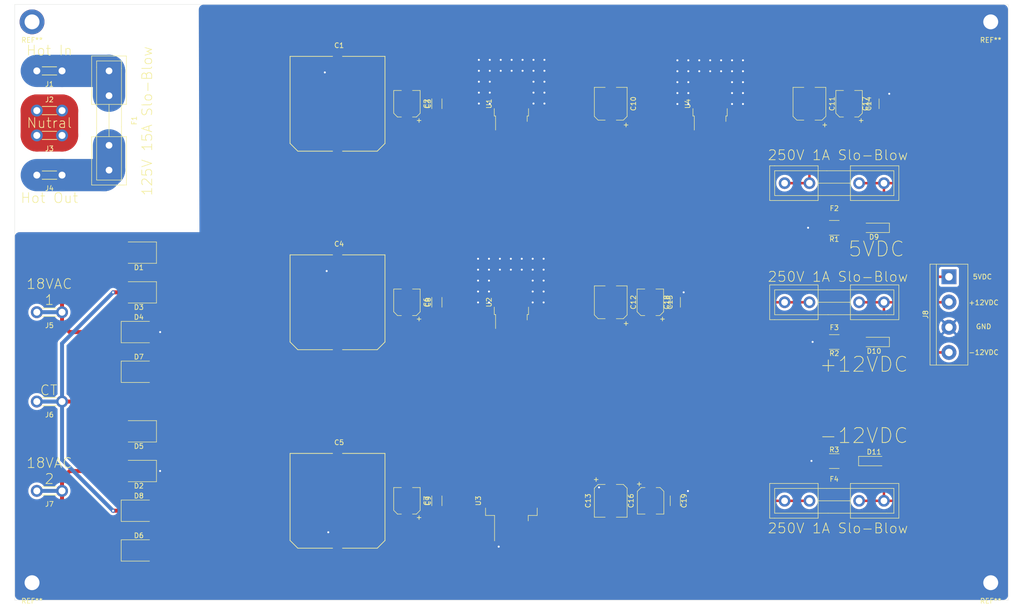
<source format=kicad_pcb>
(kicad_pcb (version 20241229) (generator "pcbnew") (generator_version "9.0")
  (layers (0 "F.Cu" signal) (2 "B.Cu" signal) (13 "F.Paste" user) (15 "B.Paste" user) (5 "F.SilkS" user "F.Silkscreen") (7 "B.SilkS" user "B.Silkscreen") (1 "F.Mask" user) (3 "B.Mask" user) (25 "Edge.Cuts" user))
  (net 0 "")
  (net 1 "/+18VDC")
  (net 2 "/0VDC")
  (net 3 "/-18VDC")
  (net 4 "Net-(C10-Pad1)")
  (net 5 "/+5VDC")
  (net 6 "/+12VDC")
  (net 7 "/-12VDC")
  (net 8 "/18VAC_1")
  (net 9 "/18VAC_2")
  (net 10 "GNDPWR")
  (net 11 "Net-(D9-Pad2)")
  (net 12 "Net-(D10-Pad2)")
  (net 13 "Net-(D11-Pad1)")
  (net 14 "/HOT_IN")
  (net 15 "/HOT_OUT")
  (net 16 "/NUT")
  (net 17 "Net-(D9-Pad1)")
  (net 18 "Net-(D10-Pad1)")
  (net 19 "Net-(D11-Pad2)")
  (footprint "Custom_Library:CP_Elec_18 x 21.5" (layer "F.Cu") (at 65 20 180)
    (property "Reference" "C1")
    (property "Value" "2200uF")
  )
  (footprint "Capacitors_SMD:CP_Elec_5x5.3" (layer "F.Cu") (at 79 20 90)
    (property "Reference" "C2")
    (property "Value" "10uF")
  )
  (footprint "Capacitors_SMD:C_1206_HandSoldering" (layer "F.Cu") (at 85 20 90)
    (property "Reference" "C3")
    (property "Value" "0.1uF")
  )
  (footprint "Custom_Library:CP_Elec_18 x 21.5" (layer "F.Cu") (at 65 60 180)
    (property "Reference" "C4")
    (property "Value" "2200uF")
  )
  (footprint "Custom_Library:CP_Elec_18 x 21.5" (layer "F.Cu") (at 65 100 180)
    (property "Reference" "C5")
    (property "Value" "2200uF")
  )
  (footprint "Capacitors_SMD:CP_Elec_5x5.3" (layer "F.Cu") (at 79 60 90)
    (property "Reference" "C6")
    (property "Value" "10uF")
  )
  (footprint "Capacitors_SMD:CP_Elec_5x5.3" (layer "F.Cu") (at 79 100 90)
    (property "Reference" "C7")
    (property "Value" "10uF")
  )
  (footprint "Capacitors_SMD:C_1206_HandSoldering" (layer "F.Cu") (at 85 60 90)
    (property "Reference" "C8")
    (property "Value" "0.1uF ")
  )
  (footprint "Capacitors_SMD:C_1206_HandSoldering" (layer "F.Cu") (at 85 100 90)
    (property "Reference" "C9")
    (property "Value" "0.1uF")
  )
  (footprint "Capacitors_SMD:CP_Elec_6.3x5.7" (layer "F.Cu") (at 120 20 90)
    (property "Reference" "C10")
    (property "Value" "22uF")
  )
  (footprint "Capacitors_SMD:CP_Elec_6.3x5.7" (layer "F.Cu") (at 160 20 90)
    (property "Reference" "C11")
    (property "Value" "22uF")
  )
  (footprint "Capacitors_SMD:CP_Elec_6.3x5.7" (layer "F.Cu") (at 120 60 90)
    (property "Reference" "C12")
    (property "Value" "22uF")
  )
  (footprint "Capacitors_SMD:CP_Elec_6.3x5.7" (layer "F.Cu") (at 120 100 -90)
    (property "Reference" "C13")
    (property "Value" "22uF")
  )
  (footprint "Capacitors_SMD:CP_Elec_5x5.3" (layer "F.Cu") (at 168 20 90)
    (property "Reference" "C14")
    (property "Value" "10uF")
  )
  (footprint "Capacitors_SMD:CP_Elec_5x5.3" (layer "F.Cu") (at 128 60 90)
    (property "Reference" "C15")
    (property "Value" "10uF")
  )
  (footprint "Capacitors_SMD:CP_Elec_5x5.3" (layer "F.Cu") (at 128 100 -90)
    (property "Reference" "C16")
    (property "Value" "10uF")
  )
  (footprint "Capacitors_SMD:C_1206_HandSoldering" (layer "F.Cu") (at 173 20 90)
    (property "Reference" "C17")
    (property "Value" "0.1uF")
  )
  (footprint "Capacitors_SMD:C_1206_HandSoldering" (layer "F.Cu") (at 133 60 90)
    (property "Reference" "C18")
    (property "Value" "0.1uF")
  )
  (footprint "Capacitors_SMD:C_1206_HandSoldering" (layer "F.Cu") (at 133 100 -90)
    (property "Reference" "C19")
    (property "Value" "0.1uF")
  )
  (footprint "Diodes_SMD:D_SMB" (layer "F.Cu") (at 25 50 180)
    (property "Reference" "D1")
    (property "Value" "D")
  )
  (footprint "Diodes_SMD:D_SMB" (layer "F.Cu") (at 25 94 180)
    (property "Reference" "D2")
    (property "Value" "D")
  )
  (footprint "Diodes_SMD:D_SMB" (layer "F.Cu") (at 25 58 180)
    (property "Reference" "D3")
    (property "Value" "D")
  )
  (footprint "Diodes_SMD:D_SMB" (layer "F.Cu") (at 25 66)
    (property "Reference" "D4")
    (property "Value" "D")
  )
  (footprint "Diodes_SMD:D_SMB" (layer "F.Cu") (at 25 86 180)
    (property "Reference" "D5")
    (property "Value" "D")
  )
  (footprint "Diodes_SMD:D_SMB" (layer "F.Cu") (at 25 110)
    (property "Reference" "D6")
    (property "Value" "D")
  )
  (footprint "Diodes_SMD:D_SMB" (layer "F.Cu") (at 25 74)
    (property "Reference" "D7")
    (property "Value" "D")
  )
  (footprint "Diodes_SMD:D_SMB" (layer "F.Cu") (at 25 102)
    (property "Reference" "D8")
    (property "Value" "D")
  )
  (footprint "LEDs:LED_1206_HandSoldering" (layer "F.Cu") (at 173 45 180)
    (property "Reference" "D9")
    (property "Value" "LED")
  )
  (footprint "LEDs:LED_1206_HandSoldering" (layer "F.Cu") (at 173 68 180)
    (property "Reference" "D10")
    (property "Value" "LED")
  )
  (footprint "LEDs:LED_1206_HandSoldering" (layer "F.Cu") (at 173 92)
    (property "Reference" "D11")
    (property "Value" "LED")
  )
  (footprint "Fuse_Holders_and_Fuses:Fuseholder5x20_horiz_open_inline_Type-I" (layer "F.Cu") (at 19 13.3782 -90)
    (property "Reference" "F1")
    (property "Value" "Fuse")
  )
  (footprint "Fuse_Holders_and_Fuses:Fuseholder5x20_horiz_open_inline_Type-I" (layer "F.Cu") (at 175 36 180)
    (property "Reference" "F2")
    (property "Value" "Fuse")
  )
  (footprint "Fuse_Holders_and_Fuses:Fuseholder5x20_horiz_open_inline_Type-I" (layer "F.Cu") (at 175 60 180)
    (property "Reference" "F3")
    (property "Value" "Fuse")
  )
  (footprint "Fuse_Holders_and_Fuses:Fuseholder5x20_horiz_open_inline_Type-I" (layer "F.Cu") (at 175 100 180)
    (property "Reference" "F4")
    (property "Value" "Fuse")
  )
  (footprint "Custom_Library:TAB_Conn" (layer "F.Cu") (at 7 13.3782)
    (property "Reference" "J1")
    (property "Value" "Hot_In")
  )
  (footprint "Custom_Library:TAB_Conn" (layer "F.Cu") (at 7 21.3782)
    (property "Reference" "J2")
    (property "Value" "Netral_IN")
  )
  (footprint "Custom_Library:TAB_Conn" (layer "F.Cu") (at 7 62)
    (property "Reference" "J5")
    (property "Value" "18VAC_1")
  )
  (footprint "Custom_Library:TAB_Conn" (layer "F.Cu") (at 7 80)
    (property "Reference" "J6")
    (property "Value" "CT")
  )
  (footprint "Custom_Library:TAB_Conn" (layer "F.Cu") (at 7 98)
    (property "Reference" "J7")
    (property "Value" "18VAC_2")
  )
  (footprint "Resistors_SMD:R_1210_HandSoldering" (layer "F.Cu") (at 165 68 180)
    (property "Reference" "R2")
    (property "Value" "560")
  )
  (footprint "Resistors_SMD:R_1210_HandSoldering" (layer "F.Cu") (at 165 92)
    (property "Reference" "R3")
    (property "Value" "560")
  )
  (footprint "TO_SOT_Packages_SMD:TO-252-2" (layer "F.Cu") (at 100 20 90)
    (property "Reference" "U1")
    (property "Value" "L7812")
  )
  (footprint "TO_SOT_Packages_SMD:TO-252-2" (layer "F.Cu") (at 100 60 90)
    (property "Reference" "U2")
    (property "Value" "L7812")
  )
  (footprint "TO_SOT_Packages_SMD:TO-263-2" (layer "F.Cu") (at 100 100 90)
    (property "Reference" "U3")
    (property "Value" "L7912")
  )
  (footprint "Custom_Library:TAB_Conn" (layer "F.Cu") (at 7 34.3782)
    (property "Reference" "J4")
    (property "Value" "Hot_Out")
  )
  (footprint "TO_SOT_Packages_SMD:TO-252-2" (layer "F.Cu") (at 140 20 90)
    (property "Reference" "U4")
    (property "Value" "L7805")
  )
  (footprint "Resistors_SMD:R_1210_HandSoldering" (layer "F.Cu") (at 165 45 180)
    (property "Reference" "R1")
    (property "Value" "150")
  )
  (footprint "Connectors_Terminal_Blocks:TerminalBlock_bornier-4_P5.08mm" (layer "F.Cu") (at 188.087 54.864 -90)
    (property "Reference" "J8")
    (property "Value" "Screw_Terminal_01x04")
  )
  (footprint "Custom_Library:TAB_Conn" (layer "F.Cu") (at 7 26.3782)
    (property "Reference" "J3")
    (property "Value" "Nutral_Out")
  )
  (footprint "Custom_Library:Mount_Hole_3mm" (layer "F.Cu") (at 196.5 3.5)
    (property "Reference" "REF**")
    (property "Value" "Mount_Hole_3mm")
  )
  (footprint "Custom_Library:Mount_Hole_3mm" (layer "F.Cu") (at 3.5 3.5)
    (property "Reference" "REF**")
    (property "Value" "Mount_Hole_3mm")
  )
  (footprint "Custom_Library:Mount_Hole_3mm" (layer "F.Cu") (at 3.5 116.5)
    (property "Reference" "REF**")
    (property "Value" "Mount_Hole_3mm")
  )
  (footprint "Custom_Library:Mount_Hole_3mm" (layer "F.Cu") (at 196.5 116.5)
    (property "Reference" "REF**")
    (property "Value" "Mount_Hole_3mm")
  )
  (gr_line (start 0 0) (end 0 120) (stroke (width 0.05)) (layer "Edge.Cuts"))
  (gr_line (start 0 120) (end 200 120) (stroke (width 0.05)) (layer "Edge.Cuts"))
  (gr_line (start 200 0) (end 200 120) (stroke (width 0.05)) (layer "Edge.Cuts"))
  (gr_line (start 0 0) (end 200 0) (stroke (width 0.05)) (layer "Edge.Cuts"))
  (gr_text "250V 1A Slo-Blow" (at 165.735 54.864 0) (layer "F.SilkS") (effects (font (size 2 2))))
  (gr_text "250V 1A Slo-Blow" (at 165.735 105.537 0) (layer "F.SilkS") (effects (font (size 2 2))))
  (gr_text "+12VDC" (at 170.942 72.517 0) (layer "F.SilkS") (effects (font (size 3 3))))
  (gr_text "-12VDC" (at 170.942 86.868 0) (layer "F.SilkS") (effects (font (size 3 3))))
  (gr_text "+12VDC" (at 195.072 60.071 0) (layer "F.SilkS") (effects (font (size 1 1))))
  (gr_text "-12VDC" (at 195.072 70.104 0) (layer "F.SilkS") (effects (font (size 1 1))))
  (gr_text "GND" (at 195.072 64.897 0) (layer "F.SilkS") (effects (font (size 1 1))))
  (gr_text "18VAC\n2" (at 6.985 93.98 0) (layer "F.SilkS") (effects (font (size 2 2))))
  (gr_text "CT" (at 6.858 77.724 0) (layer "F.SilkS") (effects (font (size 2 2))))
  (gr_text "Hot In" (at 6.985 9.271 0) (layer "F.SilkS") (effects (font (size 2 2))))
  (gr_text "Hot Out" (at 6.985 38.989 0) (layer "F.SilkS") (effects (font (size 2 2))))
  (gr_text "250V 1A Slo-Blow" (at 165.735 30.353 0) (layer "F.SilkS") (effects (font (size 2 2))))
  (gr_text "5VDC" (at 194.818 54.864 0) (layer "F.SilkS") (effects (font (size 1 1))))
  (gr_text "125V 15A Slo-Blow" (at 26.67 23.495 90) (layer "F.SilkS") (effects (font (size 2 2))))
  (gr_text "Nutral" (at 6.985 23.876 0) (layer "F.SilkS") (effects (font (size 2 2))))
  (gr_text "5VDC" (at 173.482 49.276 0) (layer "F.SilkS") (effects (font (size 3 3))))
  (gr_text "18VAC\n1" (at 6.985 57.912 0) (layer "F.SilkS") (effects (font (size 2 2))))
  (segment (start 45.71248 50) (end 54.93512 40.77736) (width 0.8) (layer "F.Cu") (net 1))
  (segment (start 74.78776 23.69312) (end 76.28088 22.2) (width 0.8) (layer "F.Cu") (net 1))
  (segment (start 27.15 58) (end 45.47272 58) (width 0.8) (layer "F.Cu") (net 1))
  (segment (start 65 66.325) (end 69.37196 66.325) (width 0.8) (layer "F.Cu") (net 1))
  (segment (start 84.8 22.2) (end 85 22) (width 0.8) (layer "F.Cu") (net 1))
  (segment (start 90.69728 64.2) (end 97.72 64.2) (width 0.8) (layer "F.Cu") (net 1))
  (segment (start 54.93512 29.73832) (end 58.34844 26.325) (width 0.8) (layer "F.Cu") (net 1))
  (segment (start 88.49728 62) (end 90.69728 64.2) (width 0.8) (layer "F.Cu") (net 1))
  (segment (start 85 22) (end 86.6 22) (width 0.8) (layer "F.Cu") (net 1))
  (segment (start 76.28088 22.2) (end 79 22.2) (width 0.8) (layer "F.Cu") (net 1))
  (segment (start 53.79772 66.325) (end 65 66.325) (width 0.8) (layer "F.Cu") (net 1))
  (segment (start 27.15 50) (end 45.71248 50) (width 0.8) (layer "F.Cu") (net 1))
  (segment (start 73.49696 62.2) (end 79 62.2) (width 0.8) (layer "F.Cu") (net 1))
  (segment (start 79 62.2) (end 81.67576 62.2) (width 0.8) (layer "F.Cu") (net 1))
  (segment (start 81.87576 62) (end 85 62) (width 0.8) (layer "F.Cu") (net 1))
  (segment (start 88.8 24.2) (end 97.72 24.2) (width 0.8) (layer "F.Cu") (net 1))
  (segment (start 81.67576 62.2) (end 81.87576 62) (width 0.8) (layer "F.Cu") (net 1))
  (segment (start 54.93512 40.77736) (end 54.93512 29.73832) (width 0.8) (layer "F.Cu") (net 1))
  (segment (start 69.37196 66.325) (end 73.49696 62.2) (width 0.8) (layer "F.Cu") (net 1))
  (segment (start 73.05504 26.325) (end 74.78776 24.59228) (width 0.8) (layer "F.Cu") (net 1))
  (segment (start 79 22.2) (end 84.8 22.2) (width 0.8) (layer "F.Cu") (net 1))
  (segment (start 85 62) (end 88.49728 62) (width 0.8) (layer "F.Cu") (net 1))
  (segment (start 86.6 22) (end 88.8 24.2) (width 0.8) (layer "F.Cu") (net 1))
  (segment (start 58.34844 26.325) (end 65 26.325) (width 0.8) (layer "F.Cu") (net 1))
  (segment (start 74.78776 24.59228) (end 74.78776 23.69312) (width 0.8) (layer "F.Cu") (net 1))
  (segment (start 27.15 51.95) (end 27.15 58) (width 0.8) (layer "F.Cu") (net 1))
  (segment (start 65 26.325) (end 73.05504 26.325) (width 0.8) (layer "F.Cu") (net 1))
  (segment (start 27.15 50) (end 27.15 51.95) (width 0.8) (layer "F.Cu") (net 1))
  (segment (start 45.47272 58) (end 53.79772 66.325) (width 0.8) (layer "F.Cu") (net 1))
  (segment (start 101.38748 57.34056) (end 100.78748 57.94056) (width 0.5) (layer "F.Cu") (net 2))
  (segment (start 123.87056 97.8) (end 128 97.8) (width 0.5) (layer "F.Cu") (net 2))
  (segment (start 66.2 13.675) (end 66.21052 13.68552) (width 0.5) (layer "F.Cu") (net 2))
  (segment (start 65 13.675) (end 62.45388 13.675) (width 0.5) (layer "F.Cu") (net 2))
  (segment (start 66.2 106.325) (end 66.25648 106.26852) (width 0.5) (layer "F.Cu") (net 2))
  (segment (start 129.30492 97.79508) (end 130.28168 97.79508) (width 0.5) (layer "F.Cu") (net 2))
  (segment (start 90.075 105.775) (end 97.46 105.775) (width 0.5) (layer "F.Cu") (net 2))
  (segment (start 79 57.8) (end 80.3 57.8) (width 0.5) (layer "F.Cu") (net 2))
  (segment (start 140 17.9) (end 120.6 17.9) (width 0.5) (layer "F.Cu") (net 2))
  (segment (start 85 102) (end 86.3 102) (width 0.5) (layer "F.Cu") (net 2))
  (segment (start 27.15 74) (end 27.15 86) (width 0.5) (layer "F.Cu") (net 2))
  (segment (start 130.4866 98) (end 133 98) (width 0.5) (layer "F.Cu") (net 2))
  (segment (start 66.21052 13.68552) (end 71.374 13.68552) (width 0.5) (layer "F.Cu") (net 2))
  (segment (start 84.8 17.8) (end 85 18) (width 0.5) (layer "F.Cu") (net 2))
  (segment (start 27.15 66) (end 27.15 74) (width 0.5) (layer "F.Cu") (net 2))
  (segment (start 65 53.675) (end 62.84496 53.675) (width 0.5) (layer "F.Cu") (net 2))
  (segment (start 164.3888 17.79524) (end 163.89356 17.3) (width 0.5) (layer "F.Cu") (net 2))
  (segment (start 163 68) (end 160.65412 68) (width 0.5) (layer "F.Cu") (net 2))
  (segment (start 73.7258 57.8) (end 79 57.8) (width 0.5) (layer "F.Cu") (net 2))
  (segment (start 170.27112 17.8) (end 168 17.8) (width 0.5) (layer "F.Cu") (net 2))
  (segment (start 120 17.3) (end 100.6 17.3) (width 0.5) (layer "F.Cu") (net 2))
  (segment (start 62.84496 53.675) (end 62.8142 53.70576) (width 0.5) (layer "F.Cu") (net 2))
  (segment (start 79 17.8) (end 84.8 17.8) (width 0.5) (layer "F.Cu") (net 2))
  (segment (start 27.15 87.65) (end 27.15 94) (width 0.5) (layer "F.Cu") (net 2))
  (segment (start 27.15 94) (end 29.27128 94) (width 0.5) (layer "F.Cu") (net 2))
  (segment (start 121.3 97.3) (end 121.30784 97.29216) (width 0.5) (layer "F.Cu") (net 2))
  (segment (start 166.69524 17.79524) (end 164.3888 17.79524) (width 0.5) (layer "F.Cu") (net 2))
  (segment (start 134.67424 58) (end 134.68096 57.99328) (width 0.5) (layer "F.Cu") (net 2))
  (segment (start 71.374 13.68552) (end 75.48848 17.8) (width 0.5) (layer "F.Cu") (net 2))
  (segment (start 176.06108 18) (end 176.06772 17.99336) (width 0.5) (layer "F.Cu") (net 2))
  (segment (start 80.3 57.8) (end 80.3104 57.8104) (width 0.5) (layer "F.Cu") (net 2))
  (segment (start 66.25648 106.26852) (end 69.90588 106.26852) (width 0.5) (layer "F.Cu") (net 2))
  (segment (start 159.74704 45) (end 159.73044 44.9834) (width 0.5) (layer "F.Cu") (net 2))
  (segment (start 85 58) (end 99.9 58) (width 0.5) (layer "F.Cu") (net 2))
  (segment (start 166.7 17.8) (end 166.69524 17.79524) (width 0.5) (layer "F.Cu") (net 2))
  (segment (start 173 18) (end 170.47112 18) (width 0.5) (layer "F.Cu") (net 2))
  (segment (start 27.15 86) (end 27.15 87.65) (width 0.5) (layer "F.Cu") (net 2))
  (segment (start 163 92) (end 160.44792 92) (width 0.5) (layer "F.Cu") (net 2))
  (segment (start 130.28168 97.79508) (end 130.4866 98) (width 0.5) (layer "F.Cu") (net 2))
  (segment (start 124.13972 57.8) (end 128 57.8) (width 0.5) (layer "F.Cu") (net 2))
  (segment (start 133 58) (end 134.67424 58) (width 0.5) (layer "F.Cu") (net 2))
  (segment (start 135.5158 98) (end 135.54456 98.02876) (width 0.5) (layer "F.Cu") (net 2))
  (segment (start 129.3 57.8) (end 129.32008 57.77992) (width 0.5) (layer "F.Cu") (net 2))
  (segment (start 111.33568 57.3) (end 120 57.3) (width 0.5) (layer "F.Cu") (net 2))
  (segment (start 128 97.8) (end 129.3 97.8) (width 0.5) (layer "F.Cu") (net 2))
  (segment (start 81.6474 58) (end 85 58) (width 0.5) (layer "F.Cu") (net 2))
  (segment (start 130.40016 58) (end 133 58) (width 0.5) (layer "F.Cu") (net 2))
  (segment (start 62.45388 13.675) (end 62.44336 13.68552) (width 0.5) (layer "F.Cu") (net 2))
  (segment (start 29.27128 94) (end 29.28112 93.99016) (width 0.5) (layer "F.Cu") (net 2))
  (segment (start 80.3 102.2) (end 80.30452 102.20452) (width 0.5) (layer "F.Cu") (net 2))
  (segment (start 120 97.3) (end 117.6454 97.3) (width 0.5) (layer "F.Cu") (net 2))
  (segment (start 173 18) (end 176.06108 18) (width 0.5) (layer "F.Cu") (net 2))
  (segment (start 120 97.3) (end 121.3 97.3) (width 0.5) (layer "F.Cu") (net 2))
  (segment (start 85 18) (end 99.9 18) (width 0.5) (layer "F.Cu") (net 2))
  (segment (start 81.63052 102.20452) (end 81.83504 102) (width 0.5) (layer "F.Cu") (net 2))
  (segment (start 65 13.675) (end 66.2 13.675) (width 0.5) (layer "F.Cu") (net 2))
  (segment (start 168 17.8) (end 166.7 17.8) (width 0.5) (layer "F.Cu") (net 2))
  (segment (start 121.3 57.3) (end 121.323 57.277) (width 0.5) (layer "F.Cu") (net 2))
  (segment (start 160.44792 92) (end 160.41116 91.96324) (width 0.5) (layer "F.Cu") (net 2))
  (segment (start 80.3104 57.8104) (end 81.4578 57.8104) (width 0.5) (layer "F.Cu") (net 2))
  (segment (start 133 98) (end 135.5158 98) (width 0.5) (layer "F.Cu") (net 2))
  (segment (start 117.6454 97.3) (end 117.64264 97.29724) (width 0.5) (layer "F.Cu") (net 2))
  (segment (start 63.14888 106.325) (end 63.13932 106.33456) (width 0.5) (layer "F.Cu") (net 2))
  (segment (start 100 57.9) (end 110.73568 57.9) (width 0.5) (layer "F.Cu") (net 2))
  (segment (start 29.29064 66) (end 29.29128 65.99936) (width 0.5) (layer "F.Cu") (net 2))
  (segment (start 128 57.8) (end 129.3 57.8) (width 0.5) (layer "F.Cu") (net 2))
  (segment (start 65 106.325) (end 63.14888 106.325) (width 0.5) (layer "F.Cu") (net 2))
  (segment (start 120 57.3) (end 121.3 57.3) (width 0.5) (layer "F.Cu") (net 2))
  (segment (start 86.3 102) (end 90.075 105.775) (width 0.5) (layer "F.Cu") (net 2))
  (segment (start 66.2 53.675) (end 66.30696 53.78196) (width 0.5) (layer "F.Cu") (net 2))
  (segment (start 141.51948 17.35588) (end 140.91948 17.95588) (width 0.5) (layer "F.Cu") (net 2))
  (segment (start 27.15 66) (end 29.29064 66) (width 0.5) (layer "F.Cu") (net 2))
  (segment (start 75.48848 17.8) (end 79 17.8) (width 0.5) (layer "F.Cu") (net 2))
  (segment (start 123.36272 97.29216) (end 123.87056 97.8) (width 0.5) (layer "F.Cu") (net 2))
  (segment (start 160.65412 68) (end 160.63976 67.98564) (width 0.5) (layer "F.Cu") (net 2))
  (segment (start 97.46 109.2198) (end 97.44456 109.23524) (width 0.5) (layer "F.Cu") (net 2))
  (segment (start 81.4578 57.8104) (end 81.6474 58) (width 0.5) (layer "F.Cu") (net 2))
  (segment (start 65 106.325) (end 66.2 106.325) (width 0.5) (layer "F.Cu") (net 2))
  (segment (start 120.6 17.9) (end 120 17.3) (width 0.5) (layer "F.Cu") (net 2))
  (segment (start 66.30696 53.78196) (end 69.70776 53.78196) (width 0.5) (layer "F.Cu") (net 2))
  (segment (start 73.9744 102.2) (end 79 102.2) (width 0.5) (layer "F.Cu") (net 2))
  (segment (start 130.18008 57.77992) (end 130.40016 58) (width 0.5) (layer "F.Cu") (net 2))
  (segment (start 69.70776 53.78196) (end 73.7258 57.8) (width 0.5) (layer "F.Cu") (net 2))
  (segment (start 160 17.3) (end 140.6 17.3) (width 0.5) (layer "F.Cu") (net 2))
  (segment (start 170.47112 18) (end 170.27112 17.8) (width 0.5) (layer "F.Cu") (net 2))
  (segment (start 79 102.2) (end 80.3 102.2) (width 0.5) (layer "F.Cu") (net 2))
  (segment (start 80.30452 102.20452) (end 81.63052 102.20452) (width 0.5) (layer "F.Cu") (net 2))
  (segment (start 99.9 18) (end 100 17.9) (width 0.5) (layer "F.Cu") (net 2))
  (segment (start 121.323 57.277) (end 123.61672 57.277) (width 0.5) (layer "F.Cu") (net 2))
  (segment (start 69.90588 106.26852) (end 73.9744 102.2) (width 0.5) (layer "F.Cu") (net 2))
  (segment (start 163.89356 17.3) (end 160 17.3) (width 0.5) (layer "F.Cu") (net 2))
  (segment (start 123.61672 57.277) (end 124.13972 57.8) (width 0.5) (layer "F.Cu") (net 2))
  (segment (start 97.46 105.775) (end 97.46 109.2198) (width 0.5) (layer "F.Cu") (net 2))
  (segment (start 65 53.675) (end 66.2 53.675) (width 0.5) (layer "F.Cu") (net 2))
  (segment (start 110.73568 57.9) (end 111.33568 57.3) (width 0.5) (layer "F.Cu") (net 2))
  (segment (start 121.30784 97.29216) (end 123.36272 97.29216) (width 0.5) (layer "F.Cu") (net 2))
  (segment (start 163 45) (end 159.74704 45) (width 0.5) (layer "F.Cu") (net 2))
  (segment (start 129.3 97.8) (end 129.30492 97.79508) (width 0.5) (layer "F.Cu") (net 2))
  (segment (start 99.9 58) (end 100 57.9) (width 0.5) (layer "F.Cu") (net 2))
  (segment (start 81.83504 102) (end 85 102) (width 0.5) (layer "F.Cu") (net 2))
  (segment (start 129.32008 57.77992) (end 130.18008 57.77992) (width 0.5) (layer "F.Cu") (net 2))
  (segment (start 100.6 17.3) (end 100 17.9) (width 0.5) (layer "F.Cu") (net 2))
  (via (at 95.65168 11.16076) (size 0.8) (drill 0.4) (layers "F.Cu" "B.Cu") (net 2))
  (via (at 93.45168 13.36076) (size 0.8) (drill 0.4) (layers "F.Cu" "B.Cu") (net 2))
  (via (at 93.45168 15.56076) (size 0.8) (drill 0.4) (layers "F.Cu" "B.Cu") (net 2))
  (via (at 95.65168 15.56076) (size 0.8) (drill 0.4) (layers "F.Cu" "B.Cu") (net 2))
  (via (at 93.45168 17.76076) (size 0.8) (drill 0.4) (layers "F.Cu" "B.Cu") (net 2))
  (via (at 95.65168 17.76076) (size 0.8) (drill 0.4) (layers "F.Cu" "B.Cu") (net 2))
  (via (at 93.45168 19.96076) (size 0.8) (drill 0.4) (layers "F.Cu" "B.Cu") (net 2))
  (via (at 95.65168 19.96076) (size 0.8) (drill 0.4) (layers "F.Cu" "B.Cu") (net 2))
  (via (at 97.85168 11.16076) (size 0.8) (drill 0.4) (layers "F.Cu" "B.Cu") (net 2))
  (via (at 100.05168 11.16076) (size 0.8) (drill 0.4) (layers "F.Cu" "B.Cu") (net 2))
  (via (at 102.25168 11.16076) (size 0.8) (drill 0.4) (layers "F.Cu" "B.Cu") (net 2))
  (via (at 104.45168 11.16076) (size 0.8) (drill 0.4) (layers "F.Cu" "B.Cu") (net 2))
  (via (at 95.65168 13.36076) (size 0.8) (drill 0.4) (layers "F.Cu" "B.Cu") (net 2))
  (via (at 97.85168 13.36076) (size 0.8) (drill 0.4) (layers "F.Cu" "B.Cu") (net 2))
  (via (at 100.05168 13.36076) (size 0.8) (drill 0.4) (layers "F.Cu" "B.Cu") (net 2))
  (via (at 102.25168 13.36076) (size 0.8) (drill 0.4) (layers "F.Cu" "B.Cu") (net 2))
  (via (at 106.65168 11.16076) (size 0.8) (drill 0.4) (layers "F.Cu" "B.Cu") (net 2))
  (via (at 104.45168 13.36076) (size 0.8) (drill 0.4) (layers "F.Cu" "B.Cu") (net 2))
  (via (at 106.65168 13.36076) (size 0.8) (drill 0.4) (layers "F.Cu" "B.Cu") (net 2))
  (via (at 104.45168 15.56076) (size 0.8) (drill 0.4) (layers "F.Cu" "B.Cu") (net 2))
  (via (at 106.65168 15.56076) (size 0.8) (drill 0.4) (layers "F.Cu" "B.Cu") (net 2))
  (via (at 104.45168 17.76076) (size 0.8) (drill 0.4) (layers "F.Cu" "B.Cu") (net 2))
  (via (at 106.65168 17.76076) (size 0.8) (drill 0.4) (layers "F.Cu" "B.Cu") (net 2))
  (via (at 104.45168 19.96076) (size 0.8) (drill 0.4) (layers "F.Cu" "B.Cu") (net 2))
  (via (at 106.65168 19.96076) (size 0.8) (drill 0.4) (layers "F.Cu" "B.Cu") (net 2))
  (via (at 135.62112 11.24712) (size 0.8) (drill 0.4) (layers "F.Cu" "B.Cu") (net 2))
  (via (at 133.42112 13.44712) (size 0.8) (drill 0.4) (layers "F.Cu" "B.Cu") (net 2))
  (via (at 133.42112 15.64712) (size 0.8) (drill 0.4) (layers "F.Cu" "B.Cu") (net 2))
  (via (at 135.62112 15.64712) (size 0.8) (drill 0.4) (layers "F.Cu" "B.Cu") (net 2))
  (via (at 133.42112 17.84712) (size 0.8) (drill 0.4) (layers "F.Cu" "B.Cu") (net 2))
  (via (at 135.62112 17.84712) (size 0.8) (drill 0.4) (layers "F.Cu" "B.Cu") (net 2))
  (via (at 133.42112 20.04712) (size 0.8) (drill 0.4) (layers "F.Cu" "B.Cu") (net 2))
  (via (at 135.62112 20.04712) (size 0.8) (drill 0.4) (layers "F.Cu" "B.Cu") (net 2))
  (via (at 137.82112 11.24712) (size 0.8) (drill 0.4) (layers "F.Cu" "B.Cu") (net 2))
  (via (at 140.02112 11.24712) (size 0.8) (drill 0.4) (layers "F.Cu" "B.Cu") (net 2))
  (via (at 142.22112 11.24712) (size 0.8) (drill 0.4) (layers "F.Cu" "B.Cu") (net 2))
  (via (at 144.42112 11.24712) (size 0.8) (drill 0.4) (layers "F.Cu" "B.Cu") (net 2))
  (via (at 135.62112 13.44712) (size 0.8) (drill 0.4) (layers "F.Cu" "B.Cu") (net 2))
  (via (at 137.82112 13.44712) (size 0.8) (drill 0.4) (layers "F.Cu" "B.Cu") (net 2))
  (via (at 140.02112 13.44712) (size 0.8) (drill 0.4) (layers "F.Cu" "B.Cu") (net 2))
  (via (at 142.22112 13.44712) (size 0.8) (drill 0.4) (layers "F.Cu" "B.Cu") (net 2))
  (via (at 146.62112 11.24712) (size 0.8) (drill 0.4) (layers "F.Cu" "B.Cu") (net 2))
  (via (at 144.42112 13.44712) (size 0.8) (drill 0.4) (layers "F.Cu" "B.Cu") (net 2))
  (via (at 146.62112 13.44712) (size 0.8) (drill 0.4) (layers "F.Cu" "B.Cu") (net 2))
  (via (at 144.42112 15.64712) (size 0.8) (drill 0.4) (layers "F.Cu" "B.Cu") (net 2))
  (via (at 146.62112 15.64712) (size 0.8) (drill 0.4) (layers "F.Cu" "B.Cu") (net 2))
  (via (at 144.42112 17.84712) (size 0.8) (drill 0.4) (layers "F.Cu" "B.Cu") (net 2))
  (via (at 146.62112 17.84712) (size 0.8) (drill 0.4) (layers "F.Cu" "B.Cu") (net 2))
  (via (at 144.42112 20.04712) (size 0.8) (drill 0.4) (layers "F.Cu" "B.Cu") (net 2))
  (via (at 146.62112 20.04712) (size 0.8) (drill 0.4) (layers "F.Cu" "B.Cu") (net 2))
  (via (at 97.68912 53.4318) (size 0.8) (drill 0.4) (layers "F.Cu" "B.Cu") (net 2))
  (via (at 99.88912 53.4318) (size 0.8) (drill 0.4) (layers "F.Cu" "B.Cu") (net 2))
  (via (at 102.08912 53.4318) (size 0.8) (drill 0.4) (layers "F.Cu" "B.Cu") (net 2))
  (via (at 106.48912 51.2318) (size 0.8) (drill 0.4) (layers "F.Cu" "B.Cu") (net 2))
  (via (at 104.28912 53.4318) (size 0.8) (drill 0.4) (layers "F.Cu" "B.Cu") (net 2))
  (via (at 93.28912 51.2318) (size 0.8) (drill 0.4) (layers "F.Cu" "B.Cu") (net 2))
  (via (at 104.28912 55.6318) (size 0.8) (drill 0.4) (layers "F.Cu" "B.Cu") (net 2))
  (via (at 106.48912 53.4318) (size 0.8) (drill 0.4) (layers "F.Cu" "B.Cu") (net 2))
  (via (at 104.28912 51.2318) (size 0.8) (drill 0.4) (layers "F.Cu" "B.Cu") (net 2))
  (via (at 95.48912 53.4318) (size 0.8) (drill 0.4) (layers "F.Cu" "B.Cu") (net 2))
  (via (at 95.48912 51.2318) (size 0.8) (drill 0.4) (layers "F.Cu" "B.Cu") (net 2))
  (via (at 93.28912 53.4318) (size 0.8) (drill 0.4) (layers "F.Cu" "B.Cu") (net 2))
  (via (at 102.08912 51.2318) (size 0.8) (drill 0.4) (layers "F.Cu" "B.Cu") (net 2))
  (via (at 95.48912 55.6318) (size 0.8) (drill 0.4) (layers "F.Cu" "B.Cu") (net 2))
  (via (at 93.28912 57.8318) (size 0.8) (drill 0.4) (layers "F.Cu" "B.Cu") (net 2))
  (via (at 95.48912 57.8318) (size 0.8) (drill 0.4) (layers "F.Cu" "B.Cu") (net 2))
  (via (at 93.28912 60.0318) (size 0.8) (drill 0.4) (layers "F.Cu" "B.Cu") (net 2))
  (via (at 95.48912 60.0318) (size 0.8) (drill 0.4) (layers "F.Cu" "B.Cu") (net 2))
  (via (at 93.28912 55.6318) (size 0.8) (drill 0.4) (layers "F.Cu" "B.Cu") (net 2))
  (via (at 99.88912 51.2318) (size 0.8) (drill 0.4) (layers "F.Cu" "B.Cu") (net 2))
  (via (at 106.48912 55.6318) (size 0.8) (drill 0.4) (layers "F.Cu" "B.Cu") (net 2))
  (via (at 106.48912 57.8318) (size 0.8) (drill 0.4) (layers "F.Cu" "B.Cu") (net 2))
  (via (at 104.28912 60.0318) (size 0.8) (drill 0.4) (layers "F.Cu" "B.Cu") (net 2))
  (via (at 106.48912 60.0318) (size 0.8) (drill 0.4) (layers "F.Cu" "B.Cu") (net 2))
  (via (at 104.28912 57.8318) (size 0.8) (drill 0.4) (layers "F.Cu" "B.Cu") (net 2))
  (via (at 97.68912 51.2318) (size 0.8) (drill 0.4) (layers "F.Cu" "B.Cu") (net 2))
  (via (at 159.73044 44.9834) (size 0.8) (drill 0.4) (layers "F.Cu" "B.Cu") (net 2))
  (via (at 62.44336 13.68552) (size 0.8) (drill 0.4) (layers "F.Cu" "B.Cu") (net 2))
  (via (at 176.06772 17.99336) (size 0.8) (drill 0.4) (layers "F.Cu" "B.Cu") (net 2))
  (via (at 29.28112 93.99016) (size 0.8) (drill 0.4) (layers "F.Cu" "B.Cu") (net 2))
  (via (at 160.41116 91.96324) (size 0.8) (drill 0.4) (layers "F.Cu" "B.Cu") (net 2))
  (via (at 134.68096 57.99328) (size 0.8) (drill 0.4) (layers "F.Cu" "B.Cu") (net 2))
  (via (at 135.54456 98.02876) (size 0.8) (drill 0.4) (layers "F.Cu" "B.Cu") (net 2))
  (via (at 93.45168 11.16076) (size 0.8) (drill 0.4) (layers "F.Cu" "B.Cu") (net 2))
  (via (at 63.13932 106.33456) (size 0.8) (drill 0.4) (layers "F.Cu" "B.Cu") (net 2))
  (via (at 62.8142 53.70576) (size 0.8) (drill 0.4) (layers "F.Cu" "B.Cu") (net 2))
  (via (at 97.44456 109.23524) (size 0.8) (drill 0.4) (layers "F.Cu" "B.Cu") (net 2))
  (via (at 117.64264 97.29724) (size 0.8) (drill 0.4) (layers "F.Cu" "B.Cu") (net 2))
  (via (at 160.63976 67.98564) (size 0.8) (drill 0.4) (layers "F.Cu" "B.Cu") (net 2))
  (via (at 133.42112 11.24712) (size 0.8) (drill 0.4) (layers "F.Cu" "B.Cu") (net 2))
  (via (at 29.29128 65.99936) (size 0.8) (drill 0.4) (layers "F.Cu" "B.Cu") (net 2))
  (segment (start 27.15 108.35) (end 27.15 102) (width 0.5) (layer "F.Cu") (net 3))
  (segment (start 28.9 102) (end 28.91656 102.01656) (width 0.5) (layer "F.Cu") (net 3))
  (segment (start 69.81952 93.6498) (end 73.96972 97.8) (width 0.5) (layer "F.Cu") (net 3))
  (segment (start 85 98) (end 96.175 98) (width 0.5) (layer "F.Cu") (net 3))
  (segment (start 81.73704 97.8) (end 81.93704 98) (width 0.5) (layer "F.Cu") (net 3))
  (segment (start 50.1144 93.675) (end 65 93.675) (width 0.5) (layer "F.Cu") (net 3))
  (segment (start 66.2252 93.6498) (end 69.81952 93.6498) (width 0.5) (layer "F.Cu") (net 3))
  (segment (start 27.15 102) (end 28.9 102) (width 0.5) (layer "F.Cu") (net 3))
  (segment (start 79 97.8) (end 81.73704 97.8) (width 0.5) (layer "F.Cu") (net 3))
  (segment (start 41.77284 102.01656) (end 50.1144 93.675) (width 0.5) (layer "F.Cu") (net 3))
  (segment (start 73.96972 97.8) (end 79 97.8) (width 0.5) (layer "F.Cu") (net 3))
  (segment (start 28.91656 102.01656) (end 41.77284 102.01656) (width 0.5) (layer "F.Cu") (net 3))
  (segment (start 96.175 98) (end 97.225 99.05) (width 0.5) (layer "F.Cu") (net 3))
  (segment (start 65 93.675) (end 66.2 93.675) (width 0.5) (layer "F.Cu") (net 3))
  (segment (start 27.15 110) (end 27.15 108.35) (width 0.5) (layer "F.Cu") (net 3))
  (segment (start 81.93704 98) (end 85 98) (width 0.5) (layer "F.Cu") (net 3))
  (segment (start 66.2 93.675) (end 66.2252 93.6498) (width 0.5) (layer "F.Cu") (net 3))
  (segment (start 131.11876 24.2) (end 137.72 24.2) (width 0.5) (layer "F.Cu") (net 4))
  (segment (start 121.3 22.7) (end 121.32288 22.67712) (width 0.5) (layer "F.Cu") (net 4))
  (segment (start 111.87936 22.7) (end 120 22.7) (width 0.5) (layer "F.Cu") (net 4))
  (segment (start 121.32288 22.67712) (end 129.59588 22.67712) (width 0.5) (layer "F.Cu") (net 4))
  (segment (start 129.59588 22.67712) (end 131.11876 24.2) (width 0.5) (layer "F.Cu") (net 4))
  (segment (start 102.28 24.2) (end 110.37936 24.2) (width 0.5) (layer "F.Cu") (net 4))
  (segment (start 120 22.7) (end 121.3 22.7) (width 0.5) (layer "F.Cu") (net 4))
  (segment (start 110.37936 24.2) (end 111.87936 22.7) (width 0.5) (layer "F.Cu") (net 4))
  (segment (start 143.38396 24.19604) (end 149.9362 24.19604) (width 0.5) (layer "F.Cu") (net 5))
  (segment (start 173 23.5) (end 172.9994 23.5006) (width 0.5) (layer "F.Cu") (net 5))
  (segment (start 172.9994 25.58796) (end 169.02684 29.56052) (width 0.5) (layer "F.Cu") (net 5))
  (segment (start 151.43224 22.7) (end 160 22.7) (width 0.5) (layer "F.Cu") (net 5))
  (segment (start 143.38 24.2) (end 143.38396 24.19604) (width 0.5) (layer "F.Cu") (net 5))
  (segment (start 173 22) (end 173 23.5) (width 0.5) (layer "F.Cu") (net 5))
  (segment (start 169.02684 29.56052) (end 163.0934 29.56052) (width 0.5) (layer "F.Cu") (net 5))
  (segment (start 163.82236 22.7) (end 164.32236 22.2) (width 0.5) (layer "F.Cu") (net 5))
  (segment (start 168 22.2) (end 170.2812 22.2) (width 0.5) (layer "F.Cu") (net 5))
  (segment (start 158.3383 36) (end 155 36) (width 0.5) (layer "F.Cu") (net 5))
  (segment (start 172.9994 23.5006) (end 172.9994 25.58796) (width 0.5) (layer "F.Cu") (net 5))
  (segment (start 160 36) (end 158.3383 36) (width 0.5) (layer "F.Cu") (net 5))
  (segment (start 163.0934 29.56052) (end 160 32.65392) (width 0.5) (layer "F.Cu") (net 5))
  (segment (start 142.28 24.2) (end 143.38 24.2) (width 0.5) (layer "F.Cu") (net 5))
  (segment (start 170.2812 22.2) (end 170.4812 22) (width 0.5) (layer "F.Cu") (net 5))
  (segment (start 160 22.7) (end 163.82236 22.7) (width 0.5) (layer "F.Cu") (net 5))
  (segment (start 149.9362 24.19604) (end 151.43224 22.7) (width 0.5) (layer "F.Cu") (net 5))
  (segment (start 164.32236 22.2) (end 168 22.2) (width 0.5) (layer "F.Cu") (net 5))
  (segment (start 160 32.65392) (end 160 36) (width 0.5) (layer "F.Cu") (net 5))
  (segment (start 170.4812 22) (end 173 22) (width 0.5) (layer "F.Cu") (net 5))
  (segment (start 120 62.7) (end 121.3 62.7) (width 0.5) (layer "F.Cu") (net 6))
  (segment (start 121.30772 62.69228) (end 123.74372 62.69228) (width 0.5) (layer "F.Cu") (net 6))
  (segment (start 102.28 64.2) (end 110.31832 64.2) (width 0.5) (layer "F.Cu") (net 6))
  (segment (start 111.81832 62.7) (end 120 62.7) (width 0.5) (layer "F.Cu") (net 6))
  (segment (start 130.71488 62) (end 133 62) (width 0.5) (layer "F.Cu") (net 6))
  (segment (start 121.3 62.7) (end 121.30772 62.69228) (width 0.5) (layer "F.Cu") (net 6))
  (segment (start 130.51488 62.2) (end 130.71488 62) (width 0.5) (layer "F.Cu") (net 6))
  (segment (start 128 62.2) (end 130.51488 62.2) (width 0.5) (layer "F.Cu") (net 6))
  (segment (start 133 62) (end 142.76464 62) (width 0.5) (layer "F.Cu") (net 6))
  (segment (start 110.31832 64.2) (end 111.81832 62.7) (width 0.5) (layer "F.Cu") (net 6))
  (segment (start 124.236 62.2) (end 128 62.2) (width 0.5) (layer "F.Cu") (net 6))
  (segment (start 155 60) (end 160 60) (width 0.5) (layer "F.Cu") (net 6))
  (segment (start 144.76464 60) (end 155 60) (width 0.5) (layer "F.Cu") (net 6))
  (segment (start 123.74372 62.69228) (end 124.236 62.2) (width 0.5) (layer "F.Cu") (net 6))
  (segment (start 142.76464 62) (end 144.76464 60) (width 0.5) (layer "F.Cu") (net 6))
  (segment (start 133 102) (end 134.3 102) (width 0.5) (layer "F.Cu") (net 7))
  (segment (start 156.6617 100) (end 160 100) (width 0.5) (layer "F.Cu") (net 7))
  (segment (start 107.6104 105.775) (end 110.6854 102.7) (width 0.5) (layer "F.Cu") (net 7))
  (segment (start 130.39984 102) (end 133 102) (width 0.5) (layer "F.Cu") (net 7))
  (segment (start 128 102.2) (end 130.19984 102.2) (width 0.5) (layer "F.Cu") (net 7))
  (segment (start 120 102.7) (end 123.52256 102.7) (width 0.5) (layer "F.Cu") (net 7))
  (segment (start 134.30132 102.00132) (end 142.33144 102.00132) (width 0.5) (layer "F.Cu") (net 7))
  (segment (start 144.33276 100) (end 155 100) (width 0.5) (layer "F.Cu") (net 7))
  (segment (start 124.02256 102.2) (end 128 102.2) (width 0.5) (layer "F.Cu") (net 7))
  (segment (start 134.3 102) (end 134.30132 102.00132) (width 0.5) (layer "F.Cu") (net 7))
  (segment (start 155 100) (end 156.6617 100) (width 0.5) (layer "F.Cu") (net 7))
  (segment (start 130.19984 102.2) (end 130.39984 102) (width 0.5) (layer "F.Cu") (net 7))
  (segment (start 110.6854 102.7) (end 120 102.7) (width 0.5) (layer "F.Cu") (net 7))
  (segment (start 123.52256 102.7) (end 124.02256 102.2) (width 0.5) (layer "F.Cu") (net 7))
  (segment (start 142.33144 102.00132) (end 144.33276 100) (width 0.5) (layer "F.Cu") (net 7))
  (segment (start 102.54 105.775) (end 107.6104 105.775) (width 0.5) (layer "F.Cu") (net 7))
  (segment (start 9.54024 51.79568) (end 11.33592 50) (width 0.8) (layer "F.Cu") (net 8))
  (segment (start 9.54 60.302944) (end 9.54024 60.302704) (width 0.8) (layer "F.Cu") (net 8))
  (segment (start 9.54024 60.302704) (end 9.54024 51.79568) (width 0.8) (layer "F.Cu") (net 8))
  (segment (start 9.54 62) (end 9.54 64.4802) (width 0.8) (layer "F.Cu") (net 8))
  (segment (start 9.54 64.4802) (end 11.0598 66) (width 0.8) (layer "F.Cu") (net 8))
  (segment (start 11.0598 66) (end 22.85 66) (width 0.8) (layer "F.Cu") (net 8))
  (segment (start 11.33592 50) (end 22.85 50) (width 0.8) (layer "F.Cu") (net 8))
  (segment (start 9.54 62) (end 9.54 60.302944) (width 0.8) (layer "F.Cu") (net 8))
  (segment (start 9.54 62) (end 4.46 62) (width 0.8) (layer "B.Cu") (net 8))
  (segment (start 9.55548 95.52432) (end 11.0798 94) (width 0.8) (layer "F.Cu") (net 9))
  (segment (start 11.0798 94) (end 22.85 94) (width 0.8) (layer "F.Cu") (net 9))
  (segment (start 9.525 108.34624) (end 11.17876 110) (width 0.8) (layer "F.Cu") (net 9))
  (segment (start 9.54 98) (end 9.54 96.302944) (width 0.8) (layer "F.Cu") (net 9))
  (segment (start 9.54 99.697056) (end 9.525 99.712056) (width 0.8) (layer "F.Cu") (net 9))
  (segment (start 9.55548 96.287464) (end 9.55548 95.52432) (width 0.8) (layer "F.Cu") (net 9))
  (segment (start 9.54 96.302944) (end 9.55548 96.287464) (width 0.8) (layer "F.Cu") (net 9))
  (segment (start 11.17876 110) (end 22.85 110) (width 0.8) (layer "F.Cu") (net 9))
  (segment (start 9.54 98) (end 9.54 99.697056) (width 0.8) (layer "F.Cu") (net 9))
  (segment (start 9.525 99.712056) (end 9.525 108.34624) (width 0.8) (layer "F.Cu") (net 9))
  (segment (start 9.54 98) (end 4.46 98) (width 0.8) (layer "B.Cu") (net 9))
  (segment (start 22.85 102) (end 19.81332 102) (width 0.8) (layer "F.Cu") (net 10))
  (segment (start 22.85 84.05) (end 22.85 86) (width 0.8) (layer "F.Cu") (net 10))
  (segment (start 18.8 80) (end 22.85 84.05) (width 0.8) (layer "F.Cu") (net 10))
  (segment (start 22.85 58) (end 19.83068 58) (width 0.8) (layer "F.Cu") (net 10))
  (segment (start 19.81332 102) (end 19.812 102.00132) (width 0.8) (layer "F.Cu") (net 10))
  (segment (start 9.54 80) (end 18.8 80) (width 0.8) (layer "F.Cu") (net 10))
  (segment (start 19.83068 58) (end 19.81708 58.0136) (width 0.8) (layer "F.Cu") (net 10))
  (segment (start 22.85 75.95) (end 22.85 74) (width 0.8) (layer "F.Cu") (net 10))
  (segment (start 18.8 80) (end 22.85 75.95) (width 0.8) (layer "F.Cu") (net 10))
  (via (at 19.812 102.00132) (size 0.8) (drill 0.4) (layers "F.Cu" "B.Cu") (net 10))
  (via (at 19.81708 58.0136) (size 0.8) (drill 0.4) (layers "F.Cu" "B.Cu") (net 10))
  (segment (start 19.812 102.00132) (end 9.54 91.72932) (width 0.8) (layer "B.Cu") (net 10))
  (segment (start 9.54 91.72932) (end 9.54 80) (width 0.8) (layer "B.Cu") (net 10))
  (segment (start 4.46 80) (end 9.54 80) (width 0.8) (layer "B.Cu") (net 10))
  (segment (start 19.81708 58.0136) (end 9.54 68.29068) (width 0.8) (layer "B.Cu") (net 10))
  (segment (start 9.54 68.29068) (end 9.54 80) (width 0.8) (layer "B.Cu") (net 10))
  (segment (start 171 45) (end 167 45) (width 0.5) (layer "F.Cu") (net 11))
  (segment (start 171 68) (end 167 68) (width 0.5) (layer "F.Cu") (net 12))
  (segment (start 171 92) (end 167 92) (width 0.5) (layer "F.Cu") (net 13))
  (segment (start 19 13.3782) (end 19 18.3782) (width 6.5) (layer "B.Cu") (net 14))
  (segment (start 9.54 13.3782) (end 19 13.3782) (width 6.5) (layer "B.Cu") (net 14))
  (segment (start 4.46 13.3782) (end 9.54 13.3782) (width 6.5) (layer "B.Cu") (net 14))
  (segment (start 4.46 34.3782) (end 9.54 34.3782) (width 6.5) (layer "B.Cu") (net 15))
  (segment (start 19 28.3782) (end 19 33.3782) (width 6.5) (layer "B.Cu") (net 15))
  (segment (start 18 34.3782) (end 19 33.3782) (width 6.5) (layer "B.Cu") (net 15))
  (segment (start 9.54 34.3782) (end 18 34.3782) (width 6.5) (layer "B.Cu") (net 15))
  (segment (start 9.54 21.3782) (end 9.54 26.3782) (width 6.5) (layer "F.Cu") (net 16))
  (segment (start 4.46 21.3782) (end 9.54 21.3782) (width 6.5) (layer "F.Cu") (net 16))
  (segment (start 9.54 26.3782) (end 4.46 26.3782) (width 6.5) (layer "F.Cu") (net 16))
  (segment (start 4.46 26.3782) (end 4.46 21.3782) (width 6.5) (layer "F.Cu") (net 16))
  (segment (start 175 36) (end 175 37.6617) (width 0.5) (layer "F.Cu") (net 17))
  (segment (start 175 37.6617) (end 175 45) (width 0.5) (layer "F.Cu") (net 17))
  (segment (start 179.129 36) (end 181.356 38.227) (width 0.5) (layer "F.Cu") (net 17))
  (segment (start 181.356 52.451) (end 183.769 54.864) (width 0.5) (layer "F.Cu") (net 17))
  (segment (start 170 36) (end 175 36) (width 0.5) (layer "F.Cu") (net 17))
  (segment (start 175 36) (end 179.129 36) (width 0.5) (layer "F.Cu") (net 17))
  (segment (start 183.769 54.864) (end 188.087 54.864) (width 0.5) (layer "F.Cu") (net 17))
  (segment (start 181.356 38.227) (end 181.356 52.451) (width 0.5) (layer "F.Cu") (net 17))
  (segment (start 171.6617 60) (end 175 60) (width 0.5) (layer "F.Cu") (net 18))
  (segment (start 188.031 60) (end 188.087 59.944) (width 0.5) (layer "F.Cu") (net 18))
  (segment (start 175 61.6617) (end 175 68) (width 0.5) (layer "F.Cu") (net 18))
  (segment (start 175 60) (end 175 61.6617) (width 0.5) (layer "F.Cu") (net 18))
  (segment (start 170 60) (end 171.6617 60) (width 0.5) (layer "F.Cu") (net 18))
  (segment (start 175 60) (end 188.031 60) (width 0.5) (layer "F.Cu") (net 18))
  (segment (start 180.594 97.663) (end 180.594 72.644) (width 0.5) (layer "F.Cu") (net 19))
  (segment (start 178.257 100) (end 180.594 97.663) (width 0.5) (layer "F.Cu") (net 19))
  (segment (start 183.134 70.104) (end 188.087 70.104) (width 0.5) (layer "F.Cu") (net 19))
  (segment (start 180.594 72.644) (end 183.134 70.104) (width 0.5) (layer "F.Cu") (net 19))
  (segment (start 170 100) (end 175 100) (width 0.5) (layer "F.Cu") (net 19))
  (segment (start 175 100) (end 175 92) (width 0.5) (layer "F.Cu") (net 19))
  (segment (start 175 100) (end 178.257 100) (width 0.5) (layer "F.Cu") (net 19))
  (zone (net 3) (net_name "/-18VDC") (layer "F.Cu") (connect_pads yes (clearance 0.508)) (min_thickness 0.254) (fill yes (thermal_gap 0.508) (thermal_bridge_width 0.508) (smoothing fillet) (radius 1))
    (polygon (pts (xy 135.75792 92.9386) (xy 114.38128 92.9386) (xy 114.38128 101.31552) (xy 88.6206 101.31552) (xy 88.6206 94.00032) (xy 76.36764 94.00032) (xy 76.38796 66.88836) (xy 135.75792 66.88836)))
  )
  (zone (net 2) (net_name "/0VDC") (layer "F.Cu") (connect_pads thru_hole_only (clearance 0.508)) (min_thickness 0.254) (fill yes (thermal_gap 0.508) (thermal_bridge_width 0.508) (smoothing fillet) (radius 1))
    (polygon (pts (xy 108.16844 61.1124) (xy 92.08008 61.1124) (xy 92.08008 50.08372) (xy 108.16844 50.08372)))
  )
  (zone (net 2) (net_name "/0VDC") (layer "F.Cu") (connect_pads thru_hole_only (clearance 0.508)) (min_thickness 0.254) (fill yes (thermal_gap 0.508) (thermal_bridge_width 0.508) (smoothing fillet) (radius 1))
    (polygon (pts (xy 148.30044 21.12772) (xy 132.21208 21.12772) (xy 132.21208 10.09904) (xy 148.30044 10.09904)))
  )
  (zone (net 2) (net_name "/0VDC") (layer "F.Cu") (connect_pads yes (clearance 0.508)) (min_thickness 0.254) (fill yes (thermal_gap 0.508) (thermal_bridge_width 0.508) (smoothing fillet) (radius 1))
    (polygon (pts (xy 107.44708 21.10232) (xy 92.45092 21.10232) (xy 92.45092 10.23112) (xy 107.44708 10.23112)))
  )
  (zone (net 2) (net_name "/0VDC") (layer "B.Cu") (connect_pads (clearance 0.508)) (min_thickness 0.254) (fill yes (thermal_gap 0.508) (thermal_bridge_width 0.508) (smoothing fillet) (radius 1))
    (polygon (pts (xy 199.99452 119.98452) (xy 0.06096 119.98452) (xy -0.06604 45.8724) (xy 37.20592 45.8724) (xy 37.06368 0.0254) (xy 199.96912 0.01016)))
  )
)
</source>
